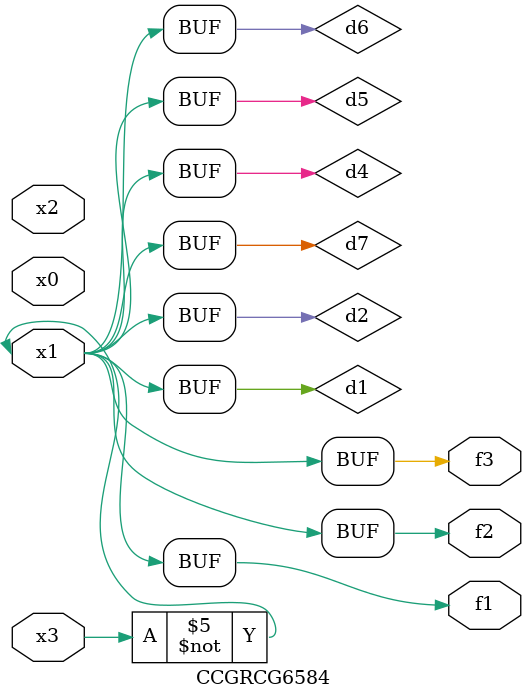
<source format=v>
module CCGRCG6584(
	input x0, x1, x2, x3,
	output f1, f2, f3
);

	wire d1, d2, d3, d4, d5, d6, d7;

	not (d1, x3);
	buf (d2, x1);
	xnor (d3, d1, d2);
	nor (d4, d1);
	buf (d5, d1, d2);
	buf (d6, d4, d5);
	nand (d7, d4);
	assign f1 = d6;
	assign f2 = d7;
	assign f3 = d6;
endmodule

</source>
